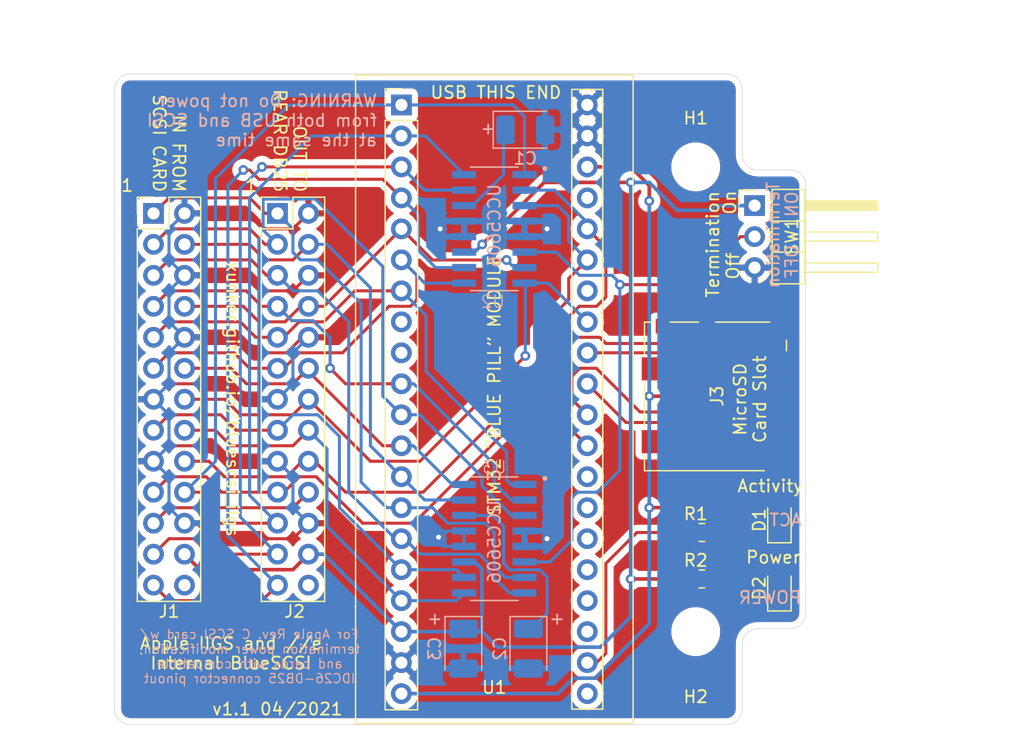
<source format=kicad_pcb>
(kicad_pcb (version 20171130) (host pcbnew "(5.1.8-0-10_14)")
  (layers (0 F.Cu signal) (31 B.Cu signal) (34 B.Paste user) (35 F.Paste user) (36 B.SilkS user) (37 F.SilkS user) (38 B.Mask user) (39 F.Mask user) (44 Edge.Cuts user))
  (net 0 "")
  (net 1 "Net-(U1-Pad37)")
  (net 2 "Net-(U1-Pad34)")
  (net 3 "Net-(U1-Pad8)")
  (net 4 "Net-(U1-Pad9)")
  (net 5 "Net-(U1-Pad28)")
  (net 6 "Net-(U1-Pad25)")
  (net 7 "Net-(U1-Pad24)")
  (net 8 "Net-(U1-Pad23)")
  (net 9 "Net-(U1-Pad21)")
  (net 10 "Net-(J1-Pad26)")
  (net 11 "Net-(J2-Pad26)")
  (net 12 +5V)
  (net 13 GND)
  (net 14 /SCSI_DB4)
  (net 15 /SCSI_DB2)
  (net 16 /SCSI_DB1)
  (net 17 /SCSI_DBP)
  (net 18 /SCSI_SEL)
  (net 19 /SCSI_ATN)
  (net 20 /SCSI_C_D)
  (net 21 /SCSI_DB7)
  (net 22 /SCSI_DB6)
  (net 23 /SCSI_DB5)
  (net 24 /SCSI_DB3)
  (net 25 /SCSI_DB0)
  (net 26 /SCSI_BSY)
  (net 27 /SCSI_ACK)
  (net 28 /SCSI_RST)
  (net 29 /SCSI_I_O)
  (net 30 /SCSI_MSG)
  (net 31 /SCSI_REQ)
  (net 32 /SD_MISO)
  (net 33 /SD_CSK)
  (net 34 +3V3)
  (net 35 /SD_MOSI)
  (net 36 /SD_CS)
  (net 37 "Net-(J3-Pad8)")
  (net 38 "Net-(J3-Pad1)")
  (net 39 "Net-(D2-Pad2)")
  (net 40 "Net-(R1-Pad2)")
  (net 41 "Net-(C1-Pad1)")
  (net 42 "Net-(C2-Pad1)")
  (net 43 /TERM_DISC)
  (net 44 "Net-(D1-Pad1)")
  (net 45 /DEBUG_RX)
  (net 46 /DEBUG_TX)
  (module Capacitor_Tantalum_SMD:CP_EIA-3528-21_Kemet-B_Pad1.50x2.35mm_HandSolder (layer B.Cu) (at 157.48 95.377 270)
    (fp_text reference C3 (at 0 2.35 90) (layer B.SilkS) (effects (justify mirror)))
    (fp_text value "4.7uF, 6.3v")
    (pad 2 smd roundrect (at 1.625 0 270) (size 1.5 2.35) (layers B.Cu B.Paste B.Mask) (roundrect_rratio 0.166667) (net 13 GND))
    (pad 1 smd roundrect (at -1.625 0 270) (size 1.5 2.35) (layers B.Cu B.Paste B.Mask) (roundrect_rratio 0.166667) (net 12 +5V))
  )
  (module Capacitor_Tantalum_SMD:CP_EIA-3528-21_Kemet-B_Pad1.50x2.35mm_HandSolder (layer B.Cu) (at 162.814 95.377 270)
    (fp_text reference C2 (at 0 2.35 90) (layer B.SilkS) (effects (justify mirror)))
    (fp_text value "4.7uF, 6.3v")
    (pad 2 smd roundrect (at 1.625 0 270) (size 1.5 2.35) (layers B.Cu B.Paste B.Mask) (roundrect_rratio 0.166667) (net 13 GND))
    (pad 1 smd roundrect (at -1.625 0 270) (size 1.5 2.35) (layers B.Cu B.Paste B.Mask) (roundrect_rratio 0.166667) (net 42 "Net-(C2-Pad1)"))
  )
  (module Capacitor_Tantalum_SMD:CP_EIA-3528-21_Kemet-B_Pad1.50x2.35mm_HandSolder (layer B.Cu) (at 162.56 52.832)
    (fp_text reference C1 (at 0 2.35) (layer B.SilkS) (effects (justify mirror)))
    (fp_text value "4.7uF, 6.3v")
    (pad 2 smd roundrect (at 1.625 0) (size 1.5 2.35) (layers B.Cu B.Paste B.Mask) (roundrect_rratio 0.166667) (net 13 GND))
    (pad 1 smd roundrect (at -1.625 0) (size 1.5 2.35) (layers B.Cu B.Paste B.Mask) (roundrect_rratio 0.166667) (net 41 "Net-(C1-Pad1)"))
  )
  (module LED_SMD:LED_0805_2012Metric_Pad1.15x1.40mm_HandSolder (layer F.Cu) (at 183.388 90.424 90)
    (fp_text reference D2 (at 0 -1.65 90) (layer F.SilkS))
    (fp_text value LED)
    (pad 2 smd roundrect (at 1.025 0 90) (size 1.15 1.4) (layers F.Cu F.Paste F.Mask) (roundrect_rratio 0.217391) (net 39 "Net-(D2-Pad2)"))
    (pad 1 smd roundrect (at -1.025 0 90) (size 1.15 1.4) (layers F.Cu F.Paste F.Mask) (roundrect_rratio 0.217391) (net 13 GND))
  )
  (module LED_SMD:LED_0805_2012Metric_Pad1.15x1.40mm_HandSolder (layer F.Cu) (at 183.388 84.836 90)
    (fp_text reference D1 (at 0 -1.65 90) (layer F.SilkS))
    (fp_text value LED)
    (pad 2 smd roundrect (at 1.025 0 90) (size 1.15 1.4) (layers F.Cu F.Paste F.Mask) (roundrect_rratio 0.217391) (net 34 +3V3))
    (pad 1 smd roundrect (at -1.025 0 90) (size 1.15 1.4) (layers F.Cu F.Paste F.Mask) (roundrect_rratio 0.217391) (net 44 "Net-(D1-Pad1)"))
  )
  (module Resistor_SMD:R_0805_2012Metric_Pad1.20x1.40mm_HandSolder (layer F.Cu) (at 177.038 89.662 180)
    (fp_text reference R2 (at 0.508 1.524) (layer F.SilkS))
    (fp_text value 470)
    (pad 2 smd roundrect (at 1 0 180) (size 1.2 1.4) (layers F.Cu F.Paste F.Mask) (roundrect_rratio 0.208333) (net 12 +5V))
    (pad 1 smd roundrect (at -1 0 180) (size 1.2 1.4) (layers F.Cu F.Paste F.Mask) (roundrect_rratio 0.208333) (net 39 "Net-(D2-Pad2)"))
  )
  (module Resistor_SMD:R_0805_2012Metric_Pad1.20x1.40mm_HandSolder (layer F.Cu) (at 177.038 85.852 180)
    (fp_text reference R1 (at 0.508 1.524) (layer F.SilkS))
    (fp_text value 330)
    (pad 2 smd roundrect (at 1 0 180) (size 1.2 1.4) (layers F.Cu F.Paste F.Mask) (roundrect_rratio 0.208333) (net 40 "Net-(R1-Pad2)"))
    (pad 1 smd roundrect (at -1 0 180) (size 1.2 1.4) (layers F.Cu F.Paste F.Mask) (roundrect_rratio 0.208333) (net 44 "Net-(D1-Pad1)"))
  )
  (module Connector_PinHeader_2.54mm:PinHeader_1x03_P2.54mm_Horizontal (layer F.Cu) (at 181.356 59.055)
    (fp_text reference SW1 (at 3.048 2.54 90) (layer F.SilkS))
    (fp_text value SW_SPDT)
    (pad 3 thru_hole oval (at 0 5.08) (size 1.7 1.7) (drill 1) (layers *.Cu *.Mask) (net 13 GND))
    (pad 2 thru_hole oval (at 0 2.54) (size 1.7 1.7) (drill 1) (layers *.Cu *.Mask) (net 43 /TERM_DISC))
    (pad 1 thru_hole rect (at 0 0) (size 1.7 1.7) (drill 1) (layers *.Cu *.Mask) (net 12 +5V))
  )
  (module Connector_PinHeader_2.54mm:PinHeader_2x13_P2.54mm_Vertical (layer F.Cu) (at 142.24 59.69)
    (fp_text reference J2 (at 1.397 32.639) (layer F.SilkS))
    (fp_text value Conn_02x13_Odd_Even)
    (pad 26 thru_hole oval (at 2.54 30.48) (size 1.7 1.7) (drill 1) (layers *.Cu *.Mask) (net 11 "Net-(J2-Pad26)"))
    (pad 25 thru_hole oval (at 0 30.48) (size 1.7 1.7) (drill 1) (layers *.Cu *.Mask) (net 21 /SCSI_DB7))
    (pad 24 thru_hole oval (at 2.54 27.94) (size 1.7 1.7) (drill 1) (layers *.Cu *.Mask) (net 12 +5V))
    (pad 23 thru_hole oval (at 0 27.94) (size 1.7 1.7) (drill 1) (layers *.Cu *.Mask) (net 22 /SCSI_DB6))
    (pad 22 thru_hole oval (at 2.54 25.4) (size 1.7 1.7) (drill 1) (layers *.Cu *.Mask) (net 13 GND))
    (pad 21 thru_hole oval (at 0 25.4) (size 1.7 1.7) (drill 1) (layers *.Cu *.Mask) (net 23 /SCSI_DB5))
    (pad 20 thru_hole oval (at 2.54 22.86) (size 1.7 1.7) (drill 1) (layers *.Cu *.Mask) (net 14 /SCSI_DB4))
    (pad 19 thru_hole oval (at 0 22.86) (size 1.7 1.7) (drill 1) (layers *.Cu *.Mask) (net 24 /SCSI_DB3))
    (pad 18 thru_hole oval (at 2.54 20.32) (size 1.7 1.7) (drill 1) (layers *.Cu *.Mask) (net 15 /SCSI_DB2))
    (pad 17 thru_hole oval (at 0 20.32) (size 1.7 1.7) (drill 1) (layers *.Cu *.Mask) (net 13 GND))
    (pad 16 thru_hole oval (at 2.54 17.78) (size 1.7 1.7) (drill 1) (layers *.Cu *.Mask) (net 16 /SCSI_DB1))
    (pad 15 thru_hole oval (at 0 17.78) (size 1.7 1.7) (drill 1) (layers *.Cu *.Mask) (net 25 /SCSI_DB0))
    (pad 14 thru_hole oval (at 2.54 15.24) (size 1.7 1.7) (drill 1) (layers *.Cu *.Mask) (net 17 /SCSI_DBP))
    (pad 13 thru_hole oval (at 0 15.24) (size 1.7 1.7) (drill 1) (layers *.Cu *.Mask) (net 13 GND))
    (pad 12 thru_hole oval (at 2.54 12.7) (size 1.7 1.7) (drill 1) (layers *.Cu *.Mask) (net 18 /SCSI_SEL))
    (pad 11 thru_hole oval (at 0 12.7) (size 1.7 1.7) (drill 1) (layers *.Cu *.Mask) (net 26 /SCSI_BSY))
    (pad 10 thru_hole oval (at 2.54 10.16) (size 1.7 1.7) (drill 1) (layers *.Cu *.Mask) (net 13 GND))
    (pad 9 thru_hole oval (at 0 10.16) (size 1.7 1.7) (drill 1) (layers *.Cu *.Mask) (net 27 /SCSI_ACK))
    (pad 8 thru_hole oval (at 2.54 7.62) (size 1.7 1.7) (drill 1) (layers *.Cu *.Mask) (net 19 /SCSI_ATN))
    (pad 7 thru_hole oval (at 0 7.62) (size 1.7 1.7) (drill 1) (layers *.Cu *.Mask) (net 28 /SCSI_RST))
    (pad 6 thru_hole oval (at 2.54 5.08) (size 1.7 1.7) (drill 1) (layers *.Cu *.Mask) (net 13 GND))
    (pad 5 thru_hole oval (at 0 5.08) (size 1.7 1.7) (drill 1) (layers *.Cu *.Mask) (net 29 /SCSI_I_O))
    (pad 4 thru_hole oval (at 2.54 2.54) (size 1.7 1.7) (drill 1) (layers *.Cu *.Mask) (net 20 /SCSI_C_D))
    (pad 3 thru_hole oval (at 0 2.54) (size 1.7 1.7) (drill 1) (layers *.Cu *.Mask) (net 30 /SCSI_MSG))
    (pad 2 thru_hole oval (at 2.54 0) (size 1.7 1.7) (drill 1) (layers *.Cu *.Mask) (net 13 GND))
    (pad 1 thru_hole rect (at 0 0) (size 1.7 1.7) (drill 1) (layers *.Cu *.Mask) (net 31 /SCSI_REQ))
  )
  (module "my library:YAAJ_BluePill_2" (layer F.Cu) (at 152.4 50.8)
    (fp_text reference U1 (at 7.62 47.752) (layer F.SilkS))
    (fp_text value YAAJ_BluePill hide)
    (pad 40 thru_hole circle (at 15.24 0) (size 1.7 1.7) (drill 1) (layers *.Cu *.Mask) (net 13 GND))
    (pad 1 thru_hole rect (at 0 0) (size 1.7 1.7) (drill 1) (layers *.Cu *.Mask) (net 14 /SCSI_DB4))
    (pad 39 thru_hole circle (at 15.24 2.54) (size 1.7 1.7) (drill 1) (layers *.Cu *.Mask) (net 13 GND))
    (pad 2 thru_hole circle (at 0 2.54) (size 1.7 1.7) (drill 1) (layers *.Cu *.Mask) (net 23 /SCSI_DB5))
    (pad 38 thru_hole circle (at 15.24 5.08) (size 1.7 1.7) (drill 1) (layers *.Cu *.Mask) (net 34 +3V3))
    (pad 3 thru_hole circle (at 0 5.08) (size 1.7 1.7) (drill 1) (layers *.Cu *.Mask) (net 22 /SCSI_DB6))
    (pad 37 thru_hole circle (at 15.24 7.62) (size 1.7 1.7) (drill 1) (layers *.Cu *.Mask) (net 1 "Net-(U1-Pad37)"))
    (pad 4 thru_hole circle (at 0 7.62) (size 1.7 1.7) (drill 1) (layers *.Cu *.Mask) (net 21 /SCSI_DB7))
    (pad 36 thru_hole circle (at 15.24 10.16) (size 1.7 1.7) (drill 1) (layers *.Cu *.Mask) (net 24 /SCSI_DB3))
    (pad 5 thru_hole circle (at 0 10.16) (size 1.7 1.7) (drill 1) (layers *.Cu *.Mask) (net 19 /SCSI_ATN))
    (pad 35 thru_hole circle (at 15.24 12.7) (size 1.7 1.7) (drill 1) (layers *.Cu *.Mask) (net 15 /SCSI_DB2))
    (pad 6 thru_hole circle (at 0 12.7) (size 1.7 1.7) (drill 1) (layers *.Cu *.Mask) (net 26 /SCSI_BSY))
    (pad 34 thru_hole circle (at 15.24 15.24) (size 1.7 1.7) (drill 1) (layers *.Cu *.Mask) (net 2 "Net-(U1-Pad34)"))
    (pad 7 thru_hole circle (at 0 15.24) (size 1.7 1.7) (drill 1) (layers *.Cu *.Mask) (net 27 /SCSI_ACK))
    (pad 33 thru_hole circle (at 15.24 17.78) (size 1.7 1.7) (drill 1) (layers *.Cu *.Mask) (net 17 /SCSI_DBP))
    (pad 8 thru_hole circle (at 0 17.78) (size 1.7 1.7) (drill 1) (layers *.Cu *.Mask) (net 3 "Net-(U1-Pad8)"))
    (pad 32 thru_hole circle (at 15.24 20.32) (size 1.7 1.7) (drill 1) (layers *.Cu *.Mask) (net 35 /SD_MOSI))
    (pad 9 thru_hole circle (at 0 20.32) (size 1.7 1.7) (drill 1) (layers *.Cu *.Mask) (net 4 "Net-(U1-Pad9)"))
    (pad 31 thru_hole circle (at 15.24 22.86) (size 1.7 1.7) (drill 1) (layers *.Cu *.Mask) (net 32 /SD_MISO))
    (pad 10 thru_hole circle (at 0 22.86) (size 1.7 1.7) (drill 1) (layers *.Cu *.Mask) (net 28 /SCSI_RST))
    (pad 30 thru_hole circle (at 15.24 25.4) (size 1.7 1.7) (drill 1) (layers *.Cu *.Mask) (net 33 /SD_CSK))
    (pad 11 thru_hole circle (at 0 25.4) (size 1.7 1.7) (drill 1) (layers *.Cu *.Mask) (net 30 /SCSI_MSG))
    (pad 29 thru_hole circle (at 15.24 27.94) (size 1.7 1.7) (drill 1) (layers *.Cu *.Mask) (net 36 /SD_CS))
    (pad 12 thru_hole circle (at 0 27.94) (size 1.7 1.7) (drill 1) (layers *.Cu *.Mask) (net 18 /SCSI_SEL))
    (pad 28 thru_hole circle (at 15.24 30.48) (size 1.7 1.7) (drill 1) (layers *.Cu *.Mask) (net 5 "Net-(U1-Pad28)"))
    (pad 13 thru_hole circle (at 0 30.48) (size 1.7 1.7) (drill 1) (layers *.Cu *.Mask) (net 20 /SCSI_C_D))
    (pad 27 thru_hole circle (at 15.24 33.02) (size 1.7 1.7) (drill 1) (layers *.Cu *.Mask) (net 45 /DEBUG_RX))
    (pad 14 thru_hole circle (at 0 33.02) (size 1.7 1.7) (drill 1) (layers *.Cu *.Mask) (net 31 /SCSI_REQ))
    (pad 26 thru_hole circle (at 15.24 35.56) (size 1.7 1.7) (drill 1) (layers *.Cu *.Mask) (net 46 /DEBUG_TX))
    (pad 15 thru_hole circle (at 0 35.56) (size 1.7 1.7) (drill 1) (layers *.Cu *.Mask) (net 29 /SCSI_I_O))
    (pad 25 thru_hole circle (at 15.24 38.1) (size 1.7 1.7) (drill 1) (layers *.Cu *.Mask) (net 6 "Net-(U1-Pad25)"))
    (pad 16 thru_hole circle (at 0 38.1) (size 1.7 1.7) (drill 1) (layers *.Cu *.Mask) (net 25 /SCSI_DB0))
    (pad 24 thru_hole circle (at 15.24 40.64) (size 1.7 1.7) (drill 1) (layers *.Cu *.Mask) (net 7 "Net-(U1-Pad24)"))
    (pad 17 thru_hole circle (at 0 40.64) (size 1.7 1.7) (drill 1) (layers *.Cu *.Mask) (net 16 /SCSI_DB1))
    (pad 23 thru_hole circle (at 15.24 43.18) (size 1.7 1.7) (drill 1) (layers *.Cu *.Mask) (net 8 "Net-(U1-Pad23)"))
    (pad 18 thru_hole circle (at 0 43.18) (size 1.7 1.7) (drill 1) (layers *.Cu *.Mask) (net 12 +5V))
    (pad 22 thru_hole circle (at 15.24 45.72) (size 1.7 1.7) (drill 1) (layers *.Cu *.Mask) (net 40 "Net-(R1-Pad2)"))
    (pad 19 thru_hole circle (at 0 45.72) (size 1.7 1.7) (drill 1) (layers *.Cu *.Mask) (net 13 GND))
    (pad 21 thru_hole circle (at 15.24 48.26) (size 1.7 1.7) (drill 1) (layers *.Cu *.Mask) (net 9 "Net-(U1-Pad21)"))
    (pad 20 thru_hole circle (at 0 48.26) (size 1.7 1.7) (drill 1) (layers *.Cu *.Mask) (net 34 +3V3))
  )
  (module "my library:SOIC127P600X175-16N" (layer B.Cu) (at 160.02 86.36 180)
    (fp_text reference U3 (at 0 5.842) (layer B.SilkS) (effects (font (thickness 0.1)) (justify mirror)))
    (fp_text value UCC5606)
    (pad 1 smd rect (at -2.475 4.445 180) (size 1.97 0.6) (layers B.Cu B.Paste B.Mask) (net 27 /SCSI_ACK))
    (pad 2 smd rect (at -2.475 3.175 180) (size 1.97 0.6) (layers B.Cu B.Paste B.Mask) (net 28 /SCSI_RST))
    (pad 3 smd rect (at -2.475 1.905 180) (size 1.97 0.6) (layers B.Cu B.Paste B.Mask) (net 30 /SCSI_MSG))
    (pad 4 smd rect (at -2.475 0.635 180) (size 1.97 0.6) (layers B.Cu B.Paste B.Mask) (net 13 GND))
    (pad 5 smd rect (at -2.475 -0.635 180) (size 1.97 0.6) (layers B.Cu B.Paste B.Mask) (net 13 GND))
    (pad 6 smd rect (at -2.475 -1.905 180) (size 1.97 0.6) (layers B.Cu B.Paste B.Mask) (net 43 /TERM_DISC))
    (pad 7 smd rect (at -2.475 -3.175 180) (size 1.97 0.6) (layers B.Cu B.Paste B.Mask) (net 31 /SCSI_REQ))
    (pad 8 smd rect (at -2.475 -4.445 180) (size 1.97 0.6) (layers B.Cu B.Paste B.Mask) (net 29 /SCSI_I_O))
    (pad 9 smd rect (at 2.475 -4.445 180) (size 1.97 0.6) (layers B.Cu B.Paste B.Mask) (net 16 /SCSI_DB1))
    (pad 10 smd rect (at 2.475 -3.175 180) (size 1.97 0.6) (layers B.Cu B.Paste B.Mask) (net 25 /SCSI_DB0))
    (pad 11 smd rect (at 2.475 -1.905 180) (size 1.97 0.6) (layers B.Cu B.Paste B.Mask) (net 12 +5V))
    (pad 12 smd rect (at 2.475 -0.635 180) (size 1.97 0.6) (layers B.Cu B.Paste B.Mask) (net 13 GND))
    (pad 13 smd rect (at 2.475 0.635 180) (size 1.97 0.6) (layers B.Cu B.Paste B.Mask) (net 13 GND))
    (pad 14 smd rect (at 2.475 1.905 180) (size 1.97 0.6) (layers B.Cu B.Paste B.Mask) (net 42 "Net-(C2-Pad1)"))
    (pad 15 smd rect (at 2.475 3.175 180) (size 1.97 0.6) (layers B.Cu B.Paste B.Mask) (net 20 /SCSI_C_D))
    (pad 16 smd rect (at 2.475 4.445 180) (size 1.97 0.6) (layers B.Cu B.Paste B.Mask) (net 18 /SCSI_SEL))
  )
  (module "my library:SOIC127P600X175-16N" (layer B.Cu) (at 160.02 60.96 180)
    (fp_text reference U2 (at 0.127 -5.969) (layer B.SilkS) (effects (font (thickness 0.1)) (justify mirror)))
    (fp_text value UCC5606)
    (pad 1 smd rect (at -2.475 4.445 180) (size 1.97 0.6) (layers B.Cu B.Paste B.Mask) (net 14 /SCSI_DB4))
    (pad 2 smd rect (at -2.475 3.175 180) (size 1.97 0.6) (layers B.Cu B.Paste B.Mask) (net 24 /SCSI_DB3))
    (pad 3 smd rect (at -2.475 1.905 180) (size 1.97 0.6) (layers B.Cu B.Paste B.Mask) (net 15 /SCSI_DB2))
    (pad 4 smd rect (at -2.475 0.635 180) (size 1.97 0.6) (layers B.Cu B.Paste B.Mask) (net 13 GND))
    (pad 5 smd rect (at -2.475 -0.635 180) (size 1.97 0.6) (layers B.Cu B.Paste B.Mask) (net 13 GND))
    (pad 6 smd rect (at -2.475 -1.905 180) (size 1.97 0.6) (layers B.Cu B.Paste B.Mask) (net 43 /TERM_DISC))
    (pad 7 smd rect (at -2.475 -3.175 180) (size 1.97 0.6) (layers B.Cu B.Paste B.Mask) (net 19 /SCSI_ATN))
    (pad 8 smd rect (at -2.475 -4.445 180) (size 1.97 0.6) (layers B.Cu B.Paste B.Mask) (net 17 /SCSI_DBP))
    (pad 9 smd rect (at 2.475 -4.445 180) (size 1.97 0.6) (layers B.Cu B.Paste B.Mask) (net 26 /SCSI_BSY))
    (pad 10 smd rect (at 2.475 -3.175 180) (size 1.97 0.6) (layers B.Cu B.Paste B.Mask) (net 21 /SCSI_DB7))
    (pad 11 smd rect (at 2.475 -1.905 180) (size 1.97 0.6) (layers B.Cu B.Paste B.Mask) (net 12 +5V))
    (pad 12 smd rect (at 2.475 -0.635 180) (size 1.97 0.6) (layers B.Cu B.Paste B.Mask) (net 13 GND))
    (pad 13 smd rect (at 2.475 0.635 180) (size 1.97 0.6) (layers B.Cu B.Paste B.Mask) (net 13 GND))
    (pad 14 smd rect (at 2.475 1.905 180) (size 1.97 0.6) (layers B.Cu B.Paste B.Mask) (net 41 "Net-(C1-Pad1)"))
    (pad 15 smd rect (at 2.475 3.175 180) (size 1.97 0.6) (layers B.Cu B.Paste B.Mask) (net 22 /SCSI_DB6))
    (pad 16 smd rect (at 2.475 4.445 180) (size 1.97 0.6) (layers B.Cu B.Paste B.Mask) (net 23 /SCSI_DB5))
  )
  (module MountingHole:MountingHole_3mm (layer F.Cu) (at 176.53 93.98)
    (fp_text reference H2 (at 0 5.334) (layer F.SilkS))
    (fp_text value MountingHole)
    (pad 1 np_thru_hole circle (at 0 0) (size 3 3) (drill 3) (layers *.Cu *.Mask))
  )
  (module MountingHole:MountingHole_3mm (layer F.Cu) (at 176.53 55.88)
    (fp_text reference H1 (at 0 -4) (layer F.SilkS))
    (fp_text value MountingHole)
    (pad 1 np_thru_hole circle (at 0 0) (size 3 3) (drill 3) (layers *.Cu *.Mask))
  )
  (module Connector_Card:microSD_HC_Molex_104031-0811 (layer F.Cu) (at 178.15 74.676 270)
    (fp_text reference J3 (at 0 -0.127 90) (layer F.SilkS))
    (fp_text value Micro_SD_Card)
    (pad 11 smd rect (at 3.73 5.375 270) (size 1.9 1.35) (layers F.Cu F.Paste F.Mask))
    (pad 11 smd rect (at -2.24 5.375 270) (size 1.9 1.35) (layers F.Cu F.Paste F.Mask))
    (pad 9 smd rect (at -5.74 0.7 270) (size 1.2 1) (layers F.Cu F.Paste F.Mask) (net 13 GND))
    (pad 10 smd rect (at -5.74 4.4 270) (size 1.2 1) (layers F.Cu F.Paste F.Mask))
    (pad 11 smd rect (at -5.565 -5.325 270) (size 1.55 1.35) (layers F.Cu F.Paste F.Mask))
    (pad 11 smd rect (at 5.755 -5.1 270) (size 1.17 1.8) (layers F.Cu F.Paste F.Mask))
    (pad 7 smd rect (at 3.495 -5.45 270) (size 0.85 1.1) (layers F.Cu F.Paste F.Mask) (net 32 /SD_MISO))
    (pad 6 smd rect (at 2.395 -5.45 270) (size 0.85 1.1) (layers F.Cu F.Paste F.Mask) (net 13 GND))
    (pad 5 smd rect (at 1.295 -5.45 270) (size 0.85 1.1) (layers F.Cu F.Paste F.Mask) (net 33 /SD_CSK))
    (pad 4 smd rect (at 0.195 -5.45 270) (size 0.85 1.1) (layers F.Cu F.Paste F.Mask) (net 34 +3V3))
    (pad 3 smd rect (at -0.905 -5.45 270) (size 0.85 1.1) (layers F.Cu F.Paste F.Mask) (net 35 /SD_MOSI))
    (pad 2 smd rect (at -2.005 -5.45 270) (size 0.85 1.1) (layers F.Cu F.Paste F.Mask) (net 36 /SD_CS))
    (pad 8 smd rect (at 4.545 -5.45 270) (size 0.75 1.1) (layers F.Cu F.Paste F.Mask) (net 37 "Net-(J3-Pad8)"))
    (pad 1 smd rect (at -3.105 -5.45 270) (size 0.85 1.1) (layers F.Cu F.Paste F.Mask) (net 38 "Net-(J3-Pad1)"))
  )
  (module Connector_PinHeader_2.54mm:PinHeader_2x13_P2.54mm_Vertical (layer F.Cu) (at 132.08 59.69)
    (fp_text reference J1 (at 1.27 32.639) (layer F.SilkS))
    (fp_text value Conn_02x13_Odd_Even)
    (pad 26 thru_hole oval (at 2.54 30.48) (size 1.7 1.7) (drill 1) (layers *.Cu *.Mask) (net 10 "Net-(J1-Pad26)"))
    (pad 25 thru_hole oval (at 0 30.48) (size 1.7 1.7) (drill 1) (layers *.Cu *.Mask) (net 21 /SCSI_DB7))
    (pad 24 thru_hole oval (at 2.54 27.94) (size 1.7 1.7) (drill 1) (layers *.Cu *.Mask) (net 12 +5V))
    (pad 23 thru_hole oval (at 0 27.94) (size 1.7 1.7) (drill 1) (layers *.Cu *.Mask) (net 22 /SCSI_DB6))
    (pad 22 thru_hole oval (at 2.54 25.4) (size 1.7 1.7) (drill 1) (layers *.Cu *.Mask) (net 13 GND))
    (pad 21 thru_hole oval (at 0 25.4) (size 1.7 1.7) (drill 1) (layers *.Cu *.Mask) (net 23 /SCSI_DB5))
    (pad 20 thru_hole oval (at 2.54 22.86) (size 1.7 1.7) (drill 1) (layers *.Cu *.Mask) (net 14 /SCSI_DB4))
    (pad 19 thru_hole oval (at 0 22.86) (size 1.7 1.7) (drill 1) (layers *.Cu *.Mask) (net 24 /SCSI_DB3))
    (pad 18 thru_hole oval (at 2.54 20.32) (size 1.7 1.7) (drill 1) (layers *.Cu *.Mask) (net 15 /SCSI_DB2))
    (pad 17 thru_hole oval (at 0 20.32) (size 1.7 1.7) (drill 1) (layers *.Cu *.Mask) (net 13 GND))
    (pad 16 thru_hole oval (at 2.54 17.78) (size 1.7 1.7) (drill 1) (layers *.Cu *.Mask) (net 16 /SCSI_DB1))
    (pad 15 thru_hole oval (at 0 17.78) (size 1.7 1.7) (drill 1) (layers *.Cu *.Mask) (net 25 /SCSI_DB0))
    (pad 14 thru_hole oval (at 2.54 15.24) (size 1.7 1.7) (drill 1) (layers *.Cu *.Mask) (net 17 /SCSI_DBP))
    (pad 13 thru_hole oval (at 0 15.24) (size 1.7 1.7) (drill 1) (layers *.Cu *.Mask) (net 13 GND))
    (pad 12 thru_hole oval (at 2.54 12.7) (size 1.7 1.7) (drill 1) (layers *.Cu *.Mask) (net 18 /SCSI_SEL))
    (pad 11 thru_hole oval (at 0 12.7) (size 1.7 1.7) (drill 1) (layers *.Cu *.Mask) (net 26 /SCSI_BSY))
    (pad 10 thru_hole oval (at 2.54 10.16) (size 1.7 1.7) (drill 1) (layers *.Cu *.Mask) (net 13 GND))
    (pad 9 thru_hole oval (at 0 10.16) (size 1.7 1.7) (drill 1) (layers *.Cu *.Mask) (net 27 /SCSI_ACK))
    (pad 8 thru_hole oval (at 2.54 7.62) (size 1.7 1.7) (drill 1) (layers *.Cu *.Mask) (net 19 /SCSI_ATN))
    (pad 7 thru_hole oval (at 0 7.62) (size 1.7 1.7) (drill 1) (layers *.Cu *.Mask) (net 28 /SCSI_RST))
    (pad 6 thru_hole oval (at 2.54 5.08) (size 1.7 1.7) (drill 1) (layers *.Cu *.Mask) (net 13 GND))
    (pad 5 thru_hole oval (at 0 5.08) (size 1.7 1.7) (drill 1) (layers *.Cu *.Mask) (net 29 /SCSI_I_O))
    (pad 4 thru_hole oval (at 2.54 2.54) (size 1.7 1.7) (drill 1) (layers *.Cu *.Mask) (net 20 /SCSI_C_D))
    (pad 3 thru_hole oval (at 0 2.54) (size 1.7 1.7) (drill 1) (layers *.Cu *.Mask) (net 30 /SCSI_MSG))
    (pad 2 thru_hole oval (at 2.54 0) (size 1.7 1.7) (drill 1) (layers *.Cu *.Mask) (net 13 GND))
    (pad 1 thru_hole rect (at 0 0) (size 1.7 1.7) (drill 1) (layers *.Cu *.Mask) (net 31 /SCSI_REQ))
  )
  (gr_arc (start 181.61 94.996) (end 181.61 93.726) (angle -90) (layer Edge.Cuts) (width 0.05))
  (gr_arc (start 181.61 54.864) (end 180.34 54.864) (angle -90) (layer Edge.Cuts) (width 0.05))
  (gr_arc (start 184.277 57.404) (end 185.547 57.404) (angle -90) (layer Edge.Cuts) (width 0.05))
  (gr_arc (start 184.277 92.456) (end 184.277 93.726) (angle -90) (layer Edge.Cuts) (width 0.05))
  (gr_arc (start 130.175 100.33) (end 128.905 100.33) (angle -90) (layer Edge.Cuts) (width 0.05))
  (gr_arc (start 179.07 100.33) (end 179.07 101.6) (angle -90) (layer Edge.Cuts) (width 0.05))
  (gr_arc (start 179.07 49.53) (end 180.34 49.53) (angle -90) (layer Edge.Cuts) (width 0.05))
  (gr_arc (start 130.175 49.53) (end 130.175 48.26) (angle -90) (layer Edge.Cuts) (width 0.05))
  (gr_text "WARNING: Do not power\nfrom both USB and SCSI\nat the same time" (at 150.495 52.07) (layer B.SilkS) (effects (font (size 1 1)) (justify left mirror)))
  (gr_line (start 181.61 93.726) (end 184.277 93.726) (layer Edge.Cuts) (width 0.05))
  (gr_line (start 180.34 94.996) (end 180.34 100.33) (layer Edge.Cuts) (width 0.05))
  (gr_line (start 181.61 56.134) (end 184.277 56.134) (layer Edge.Cuts) (width 0.05))
  (gr_line (start 180.34 49.53) (end 180.34 54.864) (layer Edge.Cuts) (width 0.05))
  (gr_text UCC5606 (at 160.02 60.706 90) (layer B.SilkS) (effects (font (size 1 1)) (justify mirror)))
  (gr_text UCC5606 (at 160.02 86.614 90) (layer B.SilkS) (effects (font (size 1 1)) (justify mirror)))
  (gr_text "For Apple Rev. C SCSI card w/\ntermination power modification,\nand cards with compatible\nIDC26-DB25 connector pinout" (at 139.954 96.012) (layer B.SilkS) (effects (font (size 0.75 0.75) (thickness 0.1)) (justify mirror)))
  (gr_text "MicroSD\nCard Slot" (at 180.975 74.93 90) (layer F.SilkS) (effects (font (size 1 1))))
  (gr_text Off (at 179.578 64.008 90) (layer F.SilkS) (effects (font (size 1 1))))
  (gr_text On (at 179.324 58.801 90) (layer F.SilkS) (effects (font (size 1 1))))
  (gr_text Termination (at 177.927 62.23 90) (layer F.SilkS) (effects (font (size 1 1))))
  (gr_text Power (at 182.88 87.884) (layer F.SilkS) (effects (font (size 1 1))))
  (gr_text Activity (at 182.626 82.042) (layer F.SilkS) (effects (font (size 1 1))))
  (gr_text xunker.github.io/bluescsi_iigs (at 138.557 74.93 270) (layer F.SilkS) (effects (font (size 1 1))))
  (gr_text "v1.1 04/2021" (at 142.24 100.33) (layer F.SilkS) (effects (font (size 1 1))))
  (gr_text "Apple IIGS and //e\nInternal BlueSCSI" (at 138.43 95.758) (layer F.SilkS) (effects (font (size 1 1))))
  (gr_text + (at 155.067 92.964 90) (layer B.SilkS) (effects (font (size 1 1)) (justify mirror)))
  (gr_text + (at 165.1 92.964 90) (layer B.SilkS) (effects (font (size 1 1)) (justify mirror)))
  (gr_text + (at 159.512 52.705) (layer B.SilkS) (effects (font (size 1 1)) (justify mirror)))
  (gr_text "ON   OFF" (at 184.404 61.468 90) (layer B.SilkS) (effects (font (size 1 1)) (justify mirror)))
  (gr_text POWER (at 182.626 91.186) (layer B.SilkS) (effects (font (size 1 1)) (justify mirror)))
  (gr_text ACT (at 183.896 84.836) (layer B.SilkS) (effects (font (size 1 1)) (justify mirror)))
  (gr_text Termination (at 182.88 61.468 90) (layer B.SilkS) (effects (font (size 1 1)) (justify mirror)))
  (gr_text "STM32 “BLUE PILL” MODULE" (at 160.02 73.787 90) (layer F.SilkS) (effects (font (size 1 1))))
  (gr_text 1 (at 129.921 57.404) (layer F.SilkS) (effects (font (size 1 1))))
  (gr_text 1 (at 140.081 57.404) (layer F.SilkS) (effects (font (size 1 1))))
  (gr_text "USB THIS END" (at 160.147 49.784) (layer F.SilkS) (effects (font (size 1 1))))
  (gr_text "OUT TO\nREAR DB25\n" (at 143.256 58.039 270) (layer F.SilkS) (effects (font (size 1 1)) (justify right)))
  (gr_text "IN FROM\nSCSI CARD" (at 133.35 58.039 270) (layer F.SilkS) (effects (font (size 1 1)) (justify right)))
  (gr_line (start 130.175 48.26) (end 179.07 48.26) (layer Edge.Cuts) (width 0.05))
  (gr_line (start 128.905 100.33) (end 128.905 49.53) (layer Edge.Cuts) (width 0.05))
  (gr_line (start 179.07 101.6) (end 130.175 101.6) (layer Edge.Cuts) (width 0.05))
  (gr_line (start 185.547 57.404) (end 185.547 92.456) (layer Edge.Cuts) (width 0.05))
  (segment (start 146.05 87.63) (end 152.4 93.98) (width 0.3) (layer B.Cu) (net 12))
  (segment (start 144.78 87.63) (end 146.05 87.63) (width 0.3) (layer B.Cu) (net 12))
  (segment (start 171.196 57.15) (end 171.196 57.15) (width 0.3) (layer B.Cu) (net 12))
  (via (at 171.196 57.15) (size 0.8) (drill 0.4) (layers F.Cu B.Cu) (net 12))
  (via (at 159.02532 62.233641) (size 0.8) (drill 0.4) (layers F.Cu B.Cu) (net 12))
  (segment (start 171.196 57.15) (end 164.108961 57.15) (width 0.3) (layer F.Cu) (net 12))
  (segment (start 157.545 62.865) (end 158.393961 62.865) (width 0.3) (layer B.Cu) (net 12))
  (segment (start 164.108961 57.15) (end 159.02532 62.233641) (width 0.3) (layer F.Cu) (net 12))
  (segment (start 158.393961 62.865) (end 159.02532 62.233641) (width 0.3) (layer B.Cu) (net 12))
  (segment (start 171.196 57.15) (end 171.196 89.662) (width 0.3) (layer B.Cu) (net 12))
  (via (at 171.196 89.662) (size 0.8) (drill 0.4) (layers F.Cu B.Cu) (net 12))
  (segment (start 176.038 89.662) (end 171.196 89.662) (width 0.3) (layer F.Cu) (net 12))
  (segment (start 157.545 88.265) (end 158.4265 88.265) (width 0.3) (layer B.Cu) (net 12))
  (segment (start 158.75 93.98) (end 152.4 93.98) (width 0.3) (layer B.Cu) (net 12))
  (segment (start 159.004 93.726) (end 158.75 93.98) (width 0.3) (layer B.Cu) (net 12))
  (segment (start 159.004 88.8425) (end 159.004 93.726) (width 0.3) (layer B.Cu) (net 12))
  (segment (start 158.4265 88.265) (end 159.004 88.8425) (width 0.3) (layer B.Cu) (net 12))
  (segment (start 171.196 92.7735) (end 171.196 89.662) (width 0.3) (layer B.Cu) (net 12))
  (segment (start 168.7195 95.25) (end 171.196 92.7735) (width 0.3) (layer B.Cu) (net 12))
  (segment (start 160.28075 95.25) (end 168.7195 95.25) (width 0.3) (layer B.Cu) (net 12))
  (segment (start 158.99725 93.9665) (end 160.28075 95.25) (width 0.3) (layer B.Cu) (net 12))
  (segment (start 156.718 93.9665) (end 158.99725 93.9665) (width 0.3) (layer B.Cu) (net 12))
  (segment (start 143.51 88.9) (end 144.78 87.63) (width 0.3) (layer F.Cu) (net 12))
  (segment (start 135.89 88.9) (end 143.51 88.9) (width 0.3) (layer F.Cu) (net 12))
  (segment (start 134.62 87.63) (end 135.89 88.9) (width 0.3) (layer F.Cu) (net 12))
  (segment (start 178.181 59.055) (end 181.356 59.055) (width 0.3) (layer B.Cu) (net 12))
  (segment (start 177.8 59.436) (end 178.181 59.055) (width 0.3) (layer B.Cu) (net 12))
  (segment (start 175.006 59.436) (end 177.8 59.436) (width 0.3) (layer B.Cu) (net 12))
  (segment (start 172.72 57.15) (end 175.006 59.436) (width 0.3) (layer B.Cu) (net 12))
  (segment (start 171.196 57.15) (end 172.72 57.15) (width 0.3) (layer B.Cu) (net 12))
  (via (at 155.448 86.233) (size 0.8) (drill 0.4) (layers F.Cu B.Cu) (net 13))
  (segment (start 155.575 85.725) (end 155.067 86.233) (width 0.25) (layer B.Cu) (net 13))
  (segment (start 157.545 85.725) (end 155.575 85.725) (width 0.25) (layer B.Cu) (net 13))
  (segment (start 155.829 86.995) (end 155.067 86.233) (width 0.25) (layer B.Cu) (net 13))
  (segment (start 157.545 86.995) (end 155.829 86.995) (width 0.25) (layer B.Cu) (net 13))
  (segment (start 157.545 85.725) (end 157.545 86.995) (width 0.25) (layer B.Cu) (net 13))
  (segment (start 157.545 60.325) (end 162.495 60.325) (width 0.25) (layer B.Cu) (net 13))
  (segment (start 157.418 61.468) (end 157.545 61.595) (width 0.25) (layer B.Cu) (net 13))
  (via (at 155.575 60.96) (size 0.8) (drill 0.4) (layers F.Cu B.Cu) (net 13))
  (segment (start 143.51 66.04) (end 144.78 64.77) (width 0.25) (layer F.Cu) (net 13))
  (segment (start 139.954 64.77) (end 141.224 66.04) (width 0.25) (layer F.Cu) (net 13))
  (segment (start 141.224 66.04) (end 143.51 66.04) (width 0.25) (layer F.Cu) (net 13))
  (segment (start 134.62 64.77) (end 139.954 64.77) (width 0.25) (layer F.Cu) (net 13))
  (segment (start 143.51 86.36) (end 144.78 85.09) (width 0.25) (layer F.Cu) (net 13))
  (segment (start 136.906 86.36) (end 143.51 86.36) (width 0.25) (layer F.Cu) (net 13))
  (segment (start 135.636 85.09) (end 136.906 86.36) (width 0.25) (layer F.Cu) (net 13))
  (segment (start 134.62 85.09) (end 135.636 85.09) (width 0.25) (layer F.Cu) (net 13))
  (segment (start 133.35 78.74) (end 132.08 80.01) (width 0.25) (layer F.Cu) (net 13))
  (segment (start 136.906 78.74) (end 133.35 78.74) (width 0.25) (layer F.Cu) (net 13))
  (segment (start 138.176 80.01) (end 136.906 78.74) (width 0.25) (layer F.Cu) (net 13))
  (segment (start 142.24 80.01) (end 138.176 80.01) (width 0.25) (layer F.Cu) (net 13))
  (segment (start 139.446 74.93) (end 142.24 74.93) (width 0.25) (layer F.Cu) (net 13))
  (segment (start 133.35 73.66) (end 138.176 73.66) (width 0.25) (layer F.Cu) (net 13))
  (segment (start 138.176 73.66) (end 139.446 74.93) (width 0.25) (layer F.Cu) (net 13))
  (segment (start 132.08 74.93) (end 133.35 73.66) (width 0.25) (layer F.Cu) (net 13))
  (segment (start 143.51 60.96) (end 144.78 59.69) (width 0.25) (layer F.Cu) (net 13))
  (segment (start 141.224 60.96) (end 143.51 60.96) (width 0.25) (layer F.Cu) (net 13))
  (segment (start 139.954 59.69) (end 141.224 60.96) (width 0.25) (layer F.Cu) (net 13))
  (segment (start 134.62 59.69) (end 139.954 59.69) (width 0.25) (layer F.Cu) (net 13))
  (via (at 164.338 60.96) (size 0.8) (drill 0.4) (layers F.Cu B.Cu) (net 13))
  (via (at 164.338 86.36) (size 0.8) (drill 0.4) (layers F.Cu B.Cu) (net 13))
  (segment (start 144.272 69.85) (end 144.78 69.85) (width 0.25) (layer F.Cu) (net 13))
  (segment (start 140.208 71.12) (end 143.002 71.12) (width 0.25) (layer F.Cu) (net 13))
  (segment (start 138.938 69.85) (end 140.208 71.12) (width 0.25) (layer F.Cu) (net 13))
  (segment (start 143.002 71.12) (end 144.272 69.85) (width 0.25) (layer F.Cu) (net 13))
  (segment (start 134.62 69.85) (end 138.938 69.85) (width 0.25) (layer F.Cu) (net 13))
  (segment (start 143.51 73.66) (end 142.24 74.93) (width 0.25) (layer B.Cu) (net 13))
  (segment (start 143.51 71.12) (end 143.51 73.66) (width 0.25) (layer B.Cu) (net 13))
  (segment (start 144.78 69.85) (end 143.51 71.12) (width 0.25) (layer B.Cu) (net 13))
  (segment (start 143.51 83.82) (end 144.78 85.09) (width 0.25) (layer B.Cu) (net 13))
  (segment (start 143.51 81.28) (end 143.51 83.82) (width 0.25) (layer B.Cu) (net 13))
  (segment (start 142.24 80.01) (end 143.51 81.28) (width 0.25) (layer B.Cu) (net 13))
  (segment (start 133.35 83.82) (end 134.62 85.09) (width 0.25) (layer B.Cu) (net 13))
  (segment (start 133.35 81.28) (end 133.35 83.82) (width 0.25) (layer B.Cu) (net 13))
  (segment (start 132.08 80.01) (end 133.35 81.28) (width 0.25) (layer B.Cu) (net 13))
  (segment (start 133.35 73.66) (end 132.08 74.93) (width 0.25) (layer B.Cu) (net 13))
  (segment (start 133.35 71.12) (end 133.35 73.66) (width 0.25) (layer B.Cu) (net 13))
  (segment (start 134.62 69.85) (end 133.35 71.12) (width 0.25) (layer B.Cu) (net 13))
  (segment (start 133.35 76.2) (end 132.08 74.93) (width 0.25) (layer B.Cu) (net 13))
  (segment (start 133.35 78.74) (end 133.35 76.2) (width 0.25) (layer B.Cu) (net 13))
  (segment (start 132.08 80.01) (end 133.35 78.74) (width 0.25) (layer B.Cu) (net 13))
  (segment (start 133.35 60.96) (end 133.35 63.5) (width 0.25) (layer B.Cu) (net 13))
  (segment (start 133.35 63.5) (end 134.62 64.77) (width 0.25) (layer B.Cu) (net 13))
  (segment (start 134.62 59.69) (end 133.35 60.96) (width 0.25) (layer B.Cu) (net 13))
  (segment (start 133.35 68.58) (end 134.62 69.85) (width 0.25) (layer B.Cu) (net 13))
  (segment (start 133.35 66.04) (end 133.35 68.58) (width 0.25) (layer B.Cu) (net 13))
  (segment (start 134.62 64.77) (end 133.35 66.04) (width 0.25) (layer B.Cu) (net 13))
  (segment (start 162.495 51.751) (end 162.495 56.515) (width 0.25) (layer B.Cu) (net 14))
  (segment (start 161.544 50.8) (end 162.495 51.751) (width 0.25) (layer B.Cu) (net 14))
  (segment (start 152.4 50.8) (end 161.544 50.8) (width 0.25) (layer B.Cu) (net 14))
  (segment (start 137.414 83.82) (end 143.51 83.82) (width 0.25) (layer F.Cu) (net 14))
  (segment (start 143.51 83.82) (end 144.78 82.55) (width 0.25) (layer F.Cu) (net 14))
  (segment (start 136.144 82.55) (end 137.414 83.82) (width 0.25) (layer F.Cu) (net 14))
  (segment (start 134.62 82.55) (end 136.144 82.55) (width 0.25) (layer F.Cu) (net 14))
  (segment (start 143.198998 50.8) (end 151.3 50.8) (width 0.25) (layer B.Cu) (net 14))
  (segment (start 151.3 50.8) (end 152.4 50.8) (width 0.25) (layer B.Cu) (net 14))
  (segment (start 134.62 82.55) (end 137.16 80.01) (width 0.25) (layer B.Cu) (net 14))
  (segment (start 137.16 56.838998) (end 143.198998 50.8) (width 0.25) (layer B.Cu) (net 14))
  (segment (start 137.16 80.01) (end 137.16 56.838998) (width 0.25) (layer B.Cu) (net 14))
  (segment (start 166.116 61.976) (end 167.64 63.5) (width 0.25) (layer B.Cu) (net 15))
  (segment (start 166.116 59.944) (end 166.116 61.976) (width 0.25) (layer B.Cu) (net 15))
  (segment (start 165.227 59.055) (end 166.116 59.944) (width 0.25) (layer B.Cu) (net 15))
  (segment (start 162.495 59.055) (end 165.227 59.055) (width 0.25) (layer B.Cu) (net 15))
  (segment (start 144.272 80.01) (end 144.78 80.01) (width 0.25) (layer F.Cu) (net 15))
  (segment (start 137.89025 81.28) (end 143.002 81.28) (width 0.25) (layer F.Cu) (net 15))
  (segment (start 143.002 81.28) (end 144.272 80.01) (width 0.25) (layer F.Cu) (net 15))
  (segment (start 136.62025 80.01) (end 137.89025 81.28) (width 0.25) (layer F.Cu) (net 15))
  (segment (start 134.62 80.01) (end 136.62025 80.01) (width 0.25) (layer F.Cu) (net 15))
  (segment (start 166.116 65.024) (end 167.64 63.5) (width 0.25) (layer F.Cu) (net 15))
  (segment (start 166.116 66.763002) (end 166.116 65.024) (width 0.25) (layer F.Cu) (net 15))
  (segment (start 163.576 69.303002) (end 166.116 66.763002) (width 0.25) (layer F.Cu) (net 15))
  (segment (start 147.828 82.55) (end 154.178 82.55) (width 0.25) (layer F.Cu) (net 15))
  (segment (start 145.288 80.01) (end 147.828 82.55) (width 0.25) (layer F.Cu) (net 15))
  (segment (start 163.576 73.152) (end 163.576 69.303002) (width 0.25) (layer F.Cu) (net 15))
  (segment (start 154.178 82.55) (end 163.576 73.152) (width 0.25) (layer F.Cu) (net 15))
  (segment (start 144.78 80.01) (end 145.288 80.01) (width 0.25) (layer F.Cu) (net 15))
  (segment (start 156.91 91.44) (end 157.545 90.805) (width 0.25) (layer B.Cu) (net 16))
  (segment (start 152.4 91.44) (end 156.91 91.44) (width 0.25) (layer B.Cu) (net 16))
  (segment (start 152.4 90.970998) (end 152.4 91.44) (width 0.25) (layer F.Cu) (net 16))
  (segment (start 138.43 78.74) (end 143.51 78.74) (width 0.25) (layer F.Cu) (net 16))
  (segment (start 143.51 78.74) (end 144.78 77.47) (width 0.25) (layer F.Cu) (net 16))
  (segment (start 137.16 77.47) (end 138.43 78.74) (width 0.25) (layer F.Cu) (net 16))
  (segment (start 134.62 77.47) (end 137.16 77.47) (width 0.25) (layer F.Cu) (net 16))
  (segment (start 146.304 85.344) (end 152.4 91.44) (width 0.25) (layer B.Cu) (net 16))
  (segment (start 146.304 78.994) (end 146.304 85.344) (width 0.25) (layer B.Cu) (net 16))
  (segment (start 144.78 77.47) (end 146.304 78.994) (width 0.25) (layer B.Cu) (net 16))
  (segment (start 167.475412 68.58) (end 167.64 68.58) (width 0.25) (layer F.Cu) (net 17))
  (segment (start 164.465 65.405) (end 162.495 65.405) (width 0.25) (layer B.Cu) (net 17))
  (segment (start 167.64 68.58) (end 164.465 65.405) (width 0.25) (layer B.Cu) (net 17))
  (segment (start 143.51 76.2) (end 144.78 74.93) (width 0.25) (layer F.Cu) (net 17))
  (segment (start 139.192 76.2) (end 143.51 76.2) (width 0.25) (layer F.Cu) (net 17))
  (segment (start 137.922 74.93) (end 139.192 76.2) (width 0.25) (layer F.Cu) (net 17))
  (segment (start 134.62 74.93) (end 137.922 74.93) (width 0.25) (layer F.Cu) (net 17))
  (segment (start 162.56 71.374) (end 162.56 71.374) (width 0.25) (layer F.Cu) (net 17))
  (via (at 162.56 71.374) (size 0.8) (drill 0.4) (layers F.Cu B.Cu) (net 17))
  (segment (start 162.56 68.58) (end 162.56 71.374) (width 0.25) (layer B.Cu) (net 17))
  (segment (start 162.56 65.532) (end 162.56 68.58) (width 0.25) (layer B.Cu) (net 17))
  (segment (start 153.924 80.01) (end 162.56 71.374) (width 0.25) (layer F.Cu) (net 17))
  (segment (start 149.86 80.01) (end 153.924 80.01) (width 0.25) (layer F.Cu) (net 17))
  (segment (start 144.78 74.93) (end 149.86 80.01) (width 0.25) (layer F.Cu) (net 17))
  (segment (start 151.892 79.248) (end 152.4 78.74) (width 0.25) (layer B.Cu) (net 18))
  (segment (start 156.56 81.915) (end 157.545 81.915) (width 0.25) (layer B.Cu) (net 18))
  (segment (start 153.385 78.74) (end 156.56 81.915) (width 0.25) (layer B.Cu) (net 18))
  (segment (start 152.4 78.74) (end 153.385 78.74) (width 0.25) (layer B.Cu) (net 18))
  (segment (start 143.51 73.66) (end 144.78 72.39) (width 0.25) (layer F.Cu) (net 18))
  (segment (start 139.7 73.66) (end 143.51 73.66) (width 0.25) (layer F.Cu) (net 18))
  (segment (start 138.43 72.39) (end 139.7 73.66) (width 0.25) (layer F.Cu) (net 18))
  (segment (start 134.62 72.39) (end 138.43 72.39) (width 0.25) (layer F.Cu) (net 18))
  (segment (start 150.876 78.74) (end 152.4 78.74) (width 0.25) (layer F.Cu) (net 18))
  (segment (start 144.78 72.644) (end 150.876 78.74) (width 0.25) (layer F.Cu) (net 18))
  (segment (start 144.78 72.39) (end 144.78 72.644) (width 0.25) (layer F.Cu) (net 18))
  (segment (start 152.4 60.96) (end 152.4 61.468) (width 0.25) (layer B.Cu) (net 19))
  (segment (start 146.05 67.31) (end 152.4 60.96) (width 0.25) (layer F.Cu) (net 19))
  (segment (start 144.78 67.31) (end 146.05 67.31) (width 0.25) (layer F.Cu) (net 19))
  (segment (start 142.87359 68.58) (end 144.14359 67.31) (width 0.25) (layer F.Cu) (net 19))
  (segment (start 139.446 67.31) (end 140.716 68.58) (width 0.25) (layer F.Cu) (net 19))
  (segment (start 134.62 67.31) (end 139.446 67.31) (width 0.25) (layer F.Cu) (net 19))
  (segment (start 140.716 68.58) (end 142.87359 68.58) (width 0.25) (layer F.Cu) (net 19))
  (segment (start 144.14359 67.31) (end 144.78 67.31) (width 0.25) (layer F.Cu) (net 19))
  (via (at 161.020008 63.511302) (size 0.8) (drill 0.4) (layers F.Cu B.Cu) (net 19))
  (segment (start 161.643706 64.135) (end 161.020008 63.511302) (width 0.25) (layer B.Cu) (net 19))
  (segment (start 152.4 60.96) (end 154.951302 63.511302) (width 0.25) (layer F.Cu) (net 19))
  (segment (start 162.495 64.135) (end 161.643706 64.135) (width 0.25) (layer B.Cu) (net 19))
  (segment (start 154.951302 63.511302) (end 161.020008 63.511302) (width 0.25) (layer F.Cu) (net 19))
  (segment (start 154.305 83.185) (end 157.545 83.185) (width 0.25) (layer B.Cu) (net 20))
  (segment (start 152.4 81.28) (end 154.305 83.185) (width 0.25) (layer B.Cu) (net 20))
  (segment (start 143.51 63.5) (end 144.78 62.23) (width 0.25) (layer F.Cu) (net 20))
  (segment (start 141.224 63.5) (end 143.51 63.5) (width 0.25) (layer F.Cu) (net 20))
  (segment (start 139.954 62.23) (end 141.224 63.5) (width 0.25) (layer F.Cu) (net 20))
  (segment (start 134.62 62.23) (end 139.954 62.23) (width 0.25) (layer F.Cu) (net 20))
  (segment (start 149.86 65.786) (end 149.86 78.74) (width 0.25) (layer B.Cu) (net 20))
  (segment (start 146.304 62.23) (end 149.86 65.786) (width 0.25) (layer B.Cu) (net 20))
  (segment (start 149.86 78.74) (end 152.4 81.28) (width 0.25) (layer B.Cu) (net 20))
  (segment (start 144.78 62.23) (end 146.304 62.23) (width 0.25) (layer B.Cu) (net 20))
  (segment (start 155.2067 64.135) (end 157.545 64.135) (width 0.25) (layer B.Cu) (net 21))
  (segment (start 153.797 62.7253) (end 155.2067 64.135) (width 0.25) (layer B.Cu) (net 21))
  (segment (start 153.797 59.817) (end 153.797 62.7253) (width 0.25) (layer B.Cu) (net 21))
  (segment (start 152.4 58.42) (end 153.797 59.817) (width 0.25) (layer B.Cu) (net 21))
  (via (at 139.446 56.134) (size 0.8) (drill 0.4) (layers F.Cu B.Cu) (net 21))
  (segment (start 142.24 90.17) (end 138.176 86.106) (width 0.25) (layer B.Cu) (net 21))
  (segment (start 138.176 86.106) (end 138.176 57.404) (width 0.25) (layer B.Cu) (net 21))
  (segment (start 138.176 57.404) (end 139.446 56.134) (width 0.25) (layer B.Cu) (net 21))
  (segment (start 139.954 56.134) (end 139.446 56.134) (width 0.25) (layer F.Cu) (net 21))
  (segment (start 140.716 56.896) (end 139.954 56.134) (width 0.25) (layer F.Cu) (net 21))
  (segment (start 150.876 56.896) (end 140.716 56.896) (width 0.25) (layer F.Cu) (net 21))
  (segment (start 152.4 58.42) (end 150.876 56.896) (width 0.25) (layer F.Cu) (net 21))
  (segment (start 140.97 91.44) (end 142.24 90.17) (width 0.25) (layer F.Cu) (net 21))
  (segment (start 133.35 91.44) (end 140.97 91.44) (width 0.25) (layer F.Cu) (net 21))
  (segment (start 132.08 90.17) (end 133.35 91.44) (width 0.25) (layer F.Cu) (net 21))
  (segment (start 154.305 57.785) (end 157.545 57.785) (width 0.25) (layer B.Cu) (net 22))
  (segment (start 152.4 55.88) (end 154.305 57.785) (width 0.25) (layer B.Cu) (net 22))
  (via (at 140.969994 55.88) (size 0.8) (drill 0.4) (layers F.Cu B.Cu) (net 22))
  (segment (start 152.4 55.88) (end 140.969994 55.88) (width 0.25) (layer F.Cu) (net 22))
  (segment (start 142.24 87.63) (end 139.192 84.582) (width 0.25) (layer B.Cu) (net 22))
  (segment (start 139.192 84.582) (end 139.192 57.657994) (width 0.25) (layer B.Cu) (net 22))
  (segment (start 139.192 57.657994) (end 140.969994 55.88) (width 0.25) (layer B.Cu) (net 22))
  (segment (start 136.652 87.63) (end 142.24 87.63) (width 0.25) (layer F.Cu) (net 22))
  (segment (start 135.382 86.36) (end 136.652 87.63) (width 0.25) (layer F.Cu) (net 22))
  (segment (start 133.35 86.36) (end 135.382 86.36) (width 0.25) (layer F.Cu) (net 22))
  (segment (start 132.08 87.63) (end 133.35 86.36) (width 0.25) (layer F.Cu) (net 22))
  (segment (start 154.37 53.34) (end 157.545 56.515) (width 0.25) (layer B.Cu) (net 23))
  (segment (start 152.4 53.34) (end 154.37 53.34) (width 0.25) (layer B.Cu) (net 23))
  (segment (start 135.89 83.82) (end 137.16 85.09) (width 0.25) (layer F.Cu) (net 23))
  (segment (start 137.16 85.09) (end 142.24 85.09) (width 0.25) (layer F.Cu) (net 23))
  (segment (start 133.35 83.82) (end 135.89 83.82) (width 0.25) (layer F.Cu) (net 23))
  (segment (start 132.08 85.09) (end 133.35 83.82) (width 0.25) (layer F.Cu) (net 23))
  (segment (start 145.034 53.34) (end 152.4 53.34) (width 0.25) (layer B.Cu) (net 23))
  (segment (start 139.954 58.42) (end 145.034 53.34) (width 0.25) (layer B.Cu) (net 23))
  (segment (start 139.954 82.804) (end 139.954 58.42) (width 0.25) (layer B.Cu) (net 23))
  (segment (start 142.24 85.09) (end 139.954 82.804) (width 0.25) (layer B.Cu) (net 23))
  (segment (start 167.64 60.452) (end 167.64 60.96) (width 0.25) (layer B.Cu) (net 24))
  (segment (start 164.973 57.785) (end 167.64 60.452) (width 0.25) (layer B.Cu) (net 24))
  (segment (start 162.495 57.785) (end 164.973 57.785) (width 0.25) (layer B.Cu) (net 24))
  (segment (start 137.668 82.55) (end 142.24 82.55) (width 0.25) (layer F.Cu) (net 24))
  (segment (start 133.35 81.28) (end 136.398 81.28) (width 0.25) (layer F.Cu) (net 24))
  (segment (start 136.398 81.28) (end 137.668 82.55) (width 0.25) (layer F.Cu) (net 24))
  (segment (start 132.08 82.55) (end 133.35 81.28) (width 0.25) (layer F.Cu) (net 24))
  (segment (start 169.164 62.484) (end 167.64 60.96) (width 0.25) (layer F.Cu) (net 24))
  (segment (start 166.981 67.31) (end 168.402 67.31) (width 0.25) (layer F.Cu) (net 24))
  (segment (start 144.037499 81.28) (end 145.41359 81.28) (width 0.25) (layer F.Cu) (net 24))
  (segment (start 164.592 69.699) (end 166.981 67.31) (width 0.25) (layer F.Cu) (net 24))
  (segment (start 164.592 73.914) (end 164.592 69.699) (width 0.25) (layer F.Cu) (net 24))
  (segment (start 153.416 85.09) (end 164.592 73.914) (width 0.25) (layer F.Cu) (net 24))
  (segment (start 169.164 66.548) (end 169.164 62.484) (width 0.25) (layer F.Cu) (net 24))
  (segment (start 149.22359 85.09) (end 153.416 85.09) (width 0.25) (layer F.Cu) (net 24))
  (segment (start 168.402 67.31) (end 169.164 66.548) (width 0.25) (layer F.Cu) (net 24))
  (segment (start 145.41359 81.28) (end 149.22359 85.09) (width 0.25) (layer F.Cu) (net 24))
  (segment (start 142.767499 82.55) (end 144.037499 81.28) (width 0.25) (layer F.Cu) (net 24))
  (segment (start 142.24 82.55) (end 142.767499 82.55) (width 0.25) (layer F.Cu) (net 24))
  (segment (start 151.892 88.9) (end 152.4 88.9) (width 0.25) (layer F.Cu) (net 25))
  (segment (start 138.85792 77.47) (end 142.24 77.47) (width 0.25) (layer F.Cu) (net 25))
  (segment (start 137.58792 76.2) (end 138.85792 77.47) (width 0.25) (layer F.Cu) (net 25))
  (segment (start 133.35 76.2) (end 137.58792 76.2) (width 0.25) (layer F.Cu) (net 25))
  (segment (start 132.08 77.47) (end 133.35 76.2) (width 0.25) (layer F.Cu) (net 25))
  (segment (start 152.4 88.9) (end 156.91 88.9) (width 0.25) (layer B.Cu) (net 25))
  (segment (start 156.91 88.9) (end 157.545 89.535) (width 0.25) (layer B.Cu) (net 25))
  (segment (start 147.32 83.82) (end 152.4 88.9) (width 0.25) (layer B.Cu) (net 25))
  (segment (start 147.32 77.978) (end 147.32 83.82) (width 0.25) (layer B.Cu) (net 25))
  (segment (start 145.542 76.2) (end 147.32 77.978) (width 0.25) (layer B.Cu) (net 25))
  (segment (start 143.51 76.2) (end 145.542 76.2) (width 0.25) (layer B.Cu) (net 25))
  (segment (start 142.24 77.47) (end 143.51 76.2) (width 0.25) (layer B.Cu) (net 25))
  (segment (start 154.305 65.405) (end 152.4 63.5) (width 0.25) (layer B.Cu) (net 26))
  (segment (start 157.545 65.405) (end 154.305 65.405) (width 0.25) (layer B.Cu) (net 26))
  (segment (start 138.684 71.12) (end 139.954 72.39) (width 0.25) (layer F.Cu) (net 26))
  (segment (start 139.954 72.39) (end 142.24 72.39) (width 0.25) (layer F.Cu) (net 26))
  (segment (start 133.35 71.12) (end 138.684 71.12) (width 0.25) (layer F.Cu) (net 26))
  (segment (start 132.08 72.39) (end 133.35 71.12) (width 0.25) (layer F.Cu) (net 26))
  (segment (start 153.67 64.77) (end 152.4 63.5) (width 0.25) (layer F.Cu) (net 26))
  (segment (start 147.574 71.12) (end 151.384 67.31) (width 0.25) (layer F.Cu) (net 26))
  (segment (start 142.24 72.39) (end 142.757749 72.39) (width 0.25) (layer F.Cu) (net 26))
  (segment (start 144.027749 71.12) (end 147.574 71.12) (width 0.25) (layer F.Cu) (net 26))
  (segment (start 151.384 67.31) (end 153.142501 67.31) (width 0.25) (layer F.Cu) (net 26))
  (segment (start 142.757749 72.39) (end 144.027749 71.12) (width 0.25) (layer F.Cu) (net 26))
  (segment (start 153.142501 67.31) (end 153.67 66.782501) (width 0.25) (layer F.Cu) (net 26))
  (segment (start 153.67 66.782501) (end 153.67 64.77) (width 0.25) (layer F.Cu) (net 26))
  (segment (start 152.305001 65.945001) (end 152.4 66.04) (width 0.25) (layer B.Cu) (net 27))
  (segment (start 161.417 81.915) (end 162.495 81.915) (width 0.25) (layer B.Cu) (net 27))
  (segment (start 161.036 81.534) (end 161.417 81.915) (width 0.25) (layer B.Cu) (net 27))
  (segment (start 161.036 79.248) (end 161.036 81.534) (width 0.25) (layer B.Cu) (net 27))
  (segment (start 154.432 72.644) (end 161.036 79.248) (width 0.25) (layer B.Cu) (net 27))
  (segment (start 154.432 68.072) (end 154.432 72.644) (width 0.25) (layer B.Cu) (net 27))
  (segment (start 152.4 66.04) (end 154.432 68.072) (width 0.25) (layer B.Cu) (net 27))
  (segment (start 152.4 65.424499) (end 152.4 66.04) (width 0.25) (layer F.Cu) (net 27))
  (segment (start 139.192 68.58) (end 140.462 69.85) (width 0.25) (layer F.Cu) (net 27))
  (segment (start 140.462 69.85) (end 142.24 69.85) (width 0.25) (layer F.Cu) (net 27))
  (segment (start 133.35 68.58) (end 139.192 68.58) (width 0.25) (layer F.Cu) (net 27))
  (segment (start 132.08 69.85) (end 133.35 68.58) (width 0.25) (layer F.Cu) (net 27))
  (segment (start 148.59 66.04) (end 152.4 66.04) (width 0.25) (layer F.Cu) (net 27))
  (segment (start 144.018 68.58) (end 146.05 68.58) (width 0.25) (layer F.Cu) (net 27))
  (segment (start 142.748 69.85) (end 144.018 68.58) (width 0.25) (layer F.Cu) (net 27))
  (segment (start 146.05 68.58) (end 148.59 66.04) (width 0.25) (layer F.Cu) (net 27))
  (segment (start 142.24 69.85) (end 142.748 69.85) (width 0.25) (layer F.Cu) (net 27))
  (segment (start 161.417 83.185) (end 162.495 83.185) (width 0.25) (layer B.Cu) (net 28))
  (segment (start 160.02 81.788) (end 161.417 83.185) (width 0.25) (layer B.Cu) (net 28))
  (segment (start 160.02 80.264) (end 160.02 81.788) (width 0.25) (layer B.Cu) (net 28))
  (segment (start 153.416 73.66) (end 160.02 80.264) (width 0.25) (layer B.Cu) (net 28))
  (segment (start 152.4 73.66) (end 153.416 73.66) (width 0.25) (layer B.Cu) (net 28))
  (segment (start 140.953949 67.31) (end 142.24 67.31) (width 0.25) (layer F.Cu) (net 28))
  (segment (start 139.683949 66.04) (end 140.953949 67.31) (width 0.25) (layer F.Cu) (net 28))
  (segment (start 133.35 66.04) (end 139.683949 66.04) (width 0.25) (layer F.Cu) (net 28))
  (segment (start 132.08 67.31) (end 133.35 66.04) (width 0.25) (layer F.Cu) (net 28))
  (via (at 146.558 72.39) (size 0.8) (drill 0.4) (layers F.Cu B.Cu) (net 28))
  (segment (start 147.828 73.66) (end 146.558 72.39) (width 0.25) (layer F.Cu) (net 28))
  (segment (start 142.24 67.31) (end 143.415001 68.485001) (width 0.25) (layer B.Cu) (net 28))
  (segment (start 143.415001 68.485001) (end 145.154003 68.485001) (width 0.25) (layer B.Cu) (net 28))
  (segment (start 152.4 73.66) (end 147.828 73.66) (width 0.25) (layer F.Cu) (net 28))
  (segment (start 145.154003 68.485001) (end 146.558 69.888998) (width 0.25) (layer B.Cu) (net 28))
  (segment (start 146.558 69.888998) (end 146.558 72.39) (width 0.25) (layer B.Cu) (net 28))
  (segment (start 141.34959 64.77) (end 142.24 64.77) (width 0.25) (layer F.Cu) (net 29))
  (segment (start 140.07959 63.5) (end 141.34959 64.77) (width 0.25) (layer F.Cu) (net 29))
  (segment (start 133.35 63.5) (end 140.07959 63.5) (width 0.25) (layer F.Cu) (net 29))
  (segment (start 132.08 64.77) (end 133.35 63.5) (width 0.25) (layer F.Cu) (net 29))
  (segment (start 158.780002 87.63) (end 159.512 88.361998) (width 0.25) (layer B.Cu) (net 29))
  (segment (start 152.4 86.36) (end 152.654 86.36) (width 0.25) (layer B.Cu) (net 29))
  (segment (start 161.26 90.805) (end 162.495 90.805) (width 0.25) (layer B.Cu) (net 29))
  (segment (start 152.654 86.36) (end 153.924 87.63) (width 0.25) (layer B.Cu) (net 29))
  (segment (start 159.512 88.361998) (end 159.512 89.057) (width 0.25) (layer B.Cu) (net 29))
  (segment (start 153.924 87.63) (end 158.780002 87.63) (width 0.25) (layer B.Cu) (net 29))
  (segment (start 159.512 89.057) (end 161.26 90.805) (width 0.25) (layer B.Cu) (net 29))
  (segment (start 143.51 66.04) (end 145.542 66.04) (width 0.25) (layer B.Cu) (net 29))
  (segment (start 145.542 66.04) (end 148.082 68.58) (width 0.25) (layer B.Cu) (net 29))
  (segment (start 148.082 82.55) (end 151.892 86.36) (width 0.25) (layer B.Cu) (net 29))
  (segment (start 151.892 86.36) (end 152.4 86.36) (width 0.25) (layer B.Cu) (net 29))
  (segment (start 148.082 68.58) (end 148.082 82.55) (width 0.25) (layer B.Cu) (net 29))
  (segment (start 142.24 64.77) (end 143.51 66.04) (width 0.25) (layer B.Cu) (net 29))
  (segment (start 153.924 76.2) (end 159.004 81.28) (width 0.25) (layer B.Cu) (net 30))
  (segment (start 152.4 76.2) (end 153.924 76.2) (width 0.25) (layer B.Cu) (net 30))
  (segment (start 161.432001 84.455) (end 162.495 84.455) (width 0.25) (layer B.Cu) (net 30))
  (segment (start 159.004 82.026999) (end 161.432001 84.455) (width 0.25) (layer B.Cu) (net 30))
  (segment (start 159.004 81.28) (end 159.004 82.026999) (width 0.25) (layer B.Cu) (net 30))
  (segment (start 141.22259 62.23) (end 142.24 62.23) (width 0.25) (layer F.Cu) (net 30))
  (segment (start 139.95259 60.96) (end 141.22259 62.23) (width 0.25) (layer F.Cu) (net 30))
  (segment (start 133.35 60.96) (end 139.95259 60.96) (width 0.25) (layer F.Cu) (net 30))
  (segment (start 132.08 62.23) (end 133.35 60.96) (width 0.25) (layer F.Cu) (net 30))
  (segment (start 150.876 74.676) (end 152.4 76.2) (width 0.25) (layer B.Cu) (net 30))
  (segment (start 150.876 64.046998) (end 150.876 74.676) (width 0.25) (layer B.Cu) (net 30))
  (segment (start 141.129999 58.514999) (end 145.344001 58.514999) (width 0.25) (layer B.Cu) (net 30))
  (segment (start 141.064999 58.579999) (end 141.129999 58.514999) (width 0.25) (layer B.Cu) (net 30))
  (segment (start 141.064999 61.054999) (end 141.064999 58.579999) (width 0.25) (layer B.Cu) (net 30))
  (segment (start 145.344001 58.514999) (end 150.876 64.046998) (width 0.25) (layer B.Cu) (net 30))
  (segment (start 142.24 62.23) (end 141.064999 61.054999) (width 0.25) (layer B.Cu) (net 30))
  (segment (start 142.113 59.817) (end 142.145001 59.784999) (width 0.25) (layer F.Cu) (net 31))
  (segment (start 160.02 85.852) (end 160.02 88.646) (width 0.25) (layer B.Cu) (net 31))
  (segment (start 152.4 83.82) (end 154.94 83.82) (width 0.25) (layer B.Cu) (net 31))
  (segment (start 160.909 89.535) (end 162.495 89.535) (width 0.25) (layer B.Cu) (net 31))
  (segment (start 160.02 88.646) (end 160.909 89.535) (width 0.25) (layer B.Cu) (net 31))
  (segment (start 154.94 83.82) (end 156.21 85.09) (width 0.25) (layer B.Cu) (net 31))
  (segment (start 156.21 85.09) (end 159.258 85.09) (width 0.25) (layer B.Cu) (net 31))
  (segment (start 159.258 85.09) (end 160.02 85.852) (width 0.25) (layer B.Cu) (net 31))
  (segment (start 141.224 59.69) (end 142.24 59.69) (width 0.25) (layer F.Cu) (net 31))
  (segment (start 139.954 58.42) (end 141.224 59.69) (width 0.25) (layer F.Cu) (net 31))
  (segment (start 133.35 58.42) (end 139.954 58.42) (width 0.25) (layer F.Cu) (net 31))
  (segment (start 132.08 59.69) (end 133.35 58.42) (width 0.25) (layer F.Cu) (net 31))
  (segment (start 151.197919 83.82) (end 152.4 83.82) (width 0.25) (layer B.Cu) (net 31))
  (segment (start 149.098 67.075499) (end 149.098 81.720081) (width 0.25) (layer B.Cu) (net 31))
  (segment (start 142.24 59.69) (end 143.51 60.96) (width 0.25) (layer B.Cu) (net 31))
  (segment (start 144.121 63.5) (end 145.522501 63.5) (width 0.25) (layer B.Cu) (net 31))
  (segment (start 143.51 62.889) (end 144.121 63.5) (width 0.25) (layer B.Cu) (net 31))
  (segment (start 149.098 81.720081) (end 151.197919 83.82) (width 0.25) (layer B.Cu) (net 31))
  (segment (start 145.522501 63.5) (end 149.098 67.075499) (width 0.25) (layer B.Cu) (net 31))
  (segment (start 143.51 60.96) (end 143.51 62.889) (width 0.25) (layer B.Cu) (net 31))
  (segment (start 170.815 76.835) (end 167.64 73.66) (width 0.25) (layer F.Cu) (net 32))
  (segment (start 183.758 78.171) (end 182.88 78.171) (width 0.25) (layer F.Cu) (net 32))
  (segment (start 181.544 76.835) (end 170.815 76.835) (width 0.25) (layer F.Cu) (net 32))
  (segment (start 182.88 78.171) (end 181.544 76.835) (width 0.25) (layer F.Cu) (net 32))
  (segment (start 171.963501 75.971) (end 183.758 75.971) (width 0.25) (layer F.Cu) (net 33))
  (segment (start 168.382501 72.39) (end 171.963501 75.971) (width 0.25) (layer F.Cu) (net 33))
  (segment (start 167.024499 72.39) (end 168.382501 72.39) (width 0.25) (layer F.Cu) (net 33))
  (segment (start 166.37 74.93) (end 166.37 73.044499) (width 0.25) (layer F.Cu) (net 33))
  (segment (start 166.37 73.044499) (end 167.024499 72.39) (width 0.25) (layer F.Cu) (net 33))
  (segment (start 167.64 76.2) (end 166.37 74.93) (width 0.25) (layer F.Cu) (net 33))
  (via (at 172.72 83.82) (size 0.8) (drill 0.4) (layers F.Cu B.Cu) (net 34))
  (segment (start 172.72 83.82) (end 172.72 74.676) (width 0.3) (layer B.Cu) (net 34))
  (via (at 172.72 74.676) (size 0.8) (drill 0.4) (layers F.Cu B.Cu) (net 34))
  (via (at 172.72 58.674004) (size 0.8) (drill 0.4) (layers F.Cu B.Cu) (net 34))
  (segment (start 172.72 74.676) (end 172.72 58.674004) (width 0.3) (layer B.Cu) (net 34))
  (segment (start 172.729 83.811) (end 172.72 83.82) (width 0.3) (layer F.Cu) (net 34))
  (segment (start 183.388 83.811) (end 172.729 83.811) (width 0.3) (layer F.Cu) (net 34))
  (segment (start 172.72 57.404) (end 172.72 58.674004) (width 0.3) (layer F.Cu) (net 34))
  (segment (start 171.196 55.88) (end 172.72 57.404) (width 0.3) (layer F.Cu) (net 34))
  (segment (start 167.64 55.88) (end 171.196 55.88) (width 0.3) (layer F.Cu) (net 34))
  (segment (start 168.275 97.79) (end 172.72 93.345) (width 0.3) (layer B.Cu) (net 34))
  (segment (start 165.227 99.06) (end 166.497 97.79) (width 0.3) (layer B.Cu) (net 34))
  (segment (start 152.4 99.06) (end 165.227 99.06) (width 0.3) (layer B.Cu) (net 34))
  (segment (start 166.497 97.79) (end 168.275 97.79) (width 0.3) (layer B.Cu) (net 34))
  (segment (start 172.72 93.345) (end 172.72 83.82) (width 0.3) (layer B.Cu) (net 34))
  (segment (start 183.563 74.676) (end 172.72 74.676) (width 0.3) (layer F.Cu) (net 34))
  (segment (start 183.758 74.871) (end 183.563 74.676) (width 0.3) (layer F.Cu) (net 34))
  (segment (start 176.26 73.771) (end 183.758 73.771) (width 0.25) (layer F.Cu) (net 35))
  (segment (start 173.609 71.12) (end 176.26 73.771) (width 0.25) (layer F.Cu) (net 35))
  (segment (start 167.64 71.12) (end 173.609 71.12) (width 0.25) (layer F.Cu) (net 35))
  (segment (start 173.736 70.358) (end 176.049 72.671) (width 0.25) (layer F.Cu) (net 36))
  (segment (start 176.049 72.671) (end 183.758 72.671) (width 0.25) (layer F.Cu) (net 36))
  (segment (start 165.608 71.012499) (end 166.770499 69.85) (width 0.25) (layer F.Cu) (net 36))
  (segment (start 169.164 70.358) (end 173.736 70.358) (width 0.25) (layer F.Cu) (net 36))
  (segment (start 167.64 78.74) (end 165.608 76.708) (width 0.25) (layer F.Cu) (net 36))
  (segment (start 168.656 69.85) (end 169.164 70.358) (width 0.25) (layer F.Cu) (net 36))
  (segment (start 166.770499 69.85) (end 168.656 69.85) (width 0.25) (layer F.Cu) (net 36))
  (segment (start 165.608 76.708) (end 165.608 71.012499) (width 0.25) (layer F.Cu) (net 36))
  (segment (start 178.308 89.408) (end 183.871 89.408) (width 0.25) (layer F.Cu) (net 39))
  (segment (start 168.402 96.52) (end 167.64 96.52) (width 0.25) (layer F.Cu) (net 40))
  (segment (start 169.164 88.392) (end 169.164 95.758) (width 0.25) (layer F.Cu) (net 40))
  (segment (start 171.704 85.852) (end 169.164 88.392) (width 0.25) (layer F.Cu) (net 40))
  (segment (start 169.164 95.758) (end 168.402 96.52) (width 0.25) (layer F.Cu) (net 40))
  (segment (start 176.038 85.852) (end 171.704 85.852) (width 0.25) (layer F.Cu) (net 40))
  (segment (start 157.545 59.055) (end 158.23 59.055) (width 0.25) (layer B.Cu) (net 41))
  (segment (start 160.782 56.503) (end 160.782 53.768) (width 0.25) (layer B.Cu) (net 41))
  (segment (start 160.782 53.768) (end 161.21 53.34) (width 0.25) (layer B.Cu) (net 41))
  (segment (start 158.23 59.055) (end 160.782 56.503) (width 0.25) (layer B.Cu) (net 41))
  (segment (start 164.338 92.456) (end 163.322 93.472) (width 0.25) (layer B.Cu) (net 42))
  (segment (start 164.338 89.507998) (end 164.338 92.456) (width 0.25) (layer B.Cu) (net 42))
  (segment (start 163.740001 88.909999) (end 164.338 89.507998) (width 0.25) (layer B.Cu) (net 42))
  (segment (start 157.545 84.455) (end 159.893 84.455) (width 0.25) (layer B.Cu) (net 42))
  (segment (start 161.299999 88.909999) (end 163.740001 88.909999) (width 0.25) (layer B.Cu) (net 42))
  (segment (start 160.782 85.344) (end 160.782 88.392) (width 0.25) (layer B.Cu) (net 42))
  (segment (start 160.782 88.392) (end 161.299999 88.909999) (width 0.25) (layer B.Cu) (net 42))
  (segment (start 159.893 84.455) (end 160.782 85.344) (width 0.25) (layer B.Cu) (net 42))
  (via (at 170.307 65.532004) (size 0.8) (drill 0.4) (layers F.Cu B.Cu) (net 43))
  (segment (start 164.592 88.265) (end 162.495 88.265) (width 0.25) (layer B.Cu) (net 43))
  (segment (start 166.37 82.950499) (end 166.37 86.487) (width 0.25) (layer B.Cu) (net 43))
  (segment (start 166.770499 82.55) (end 166.37 82.950499) (width 0.25) (layer B.Cu) (net 43))
  (segment (start 166.37 86.487) (end 164.592 88.265) (width 0.25) (layer B.Cu) (net 43))
  (segment (start 170.307 80.752501) (end 168.509501 82.55) (width 0.25) (layer B.Cu) (net 43))
  (segment (start 168.509501 82.55) (end 166.770499 82.55) (width 0.25) (layer B.Cu) (net 43))
  (segment (start 165.1 62.865) (end 167.005 64.77) (width 0.25) (layer B.Cu) (net 43))
  (segment (start 169.672 64.77) (end 170.307 65.405) (width 0.25) (layer B.Cu) (net 43))
  (segment (start 170.307 65.405) (end 170.307 80.752501) (width 0.25) (layer B.Cu) (net 43))
  (segment (start 167.005 64.77) (end 169.672 64.77) (width 0.25) (layer B.Cu) (net 43))
  (segment (start 162.495 62.865) (end 165.1 62.865) (width 0.25) (layer B.Cu) (net 43))
  (segment (start 180.213 61.595) (end 176.275996 65.532004) (width 0.25) (layer F.Cu) (net 43))
  (segment (start 176.275996 65.532004) (end 170.307 65.532004) (width 0.25) (layer F.Cu) (net 43))
  (segment (start 181.356 61.595) (end 180.213 61.595) (width 0.25) (layer F.Cu) (net 43))
  (segment (start 178.047 85.861) (end 183.388 85.861) (width 0.25) (layer F.Cu) (net 44))
  (segment (start 178.038 85.852) (end 178.047 85.861) (width 0.25) (layer F.Cu) (net 44))
  (zone (net 13) (net_name GND) (layer B.Cu) (connect_pads (clearance 0.508)) (min_thickness 0.254) (fill yes (arc_segments 32) (thermal_gap 0.508) (thermal_bridge_width 0.508))
    (polygon (pts (xy 186.69 102.87) (xy 128.27 102.87) (xy 128.27 46.99) (xy 186.69 46.99)))
  )
  (zone (net 13) (net_name GND) (layer F.Cu) (connect_pads (clearance 0.508)) (min_thickness 0.254) (fill yes (arc_segments 32) (thermal_gap 0.508) (thermal_bridge_width 0.508))
    (polygon (pts (xy 186.69 102.87) (xy 128.27 102.87) (xy 128.27 46.99) (xy 186.69 46.99)))
  )
)
</source>
